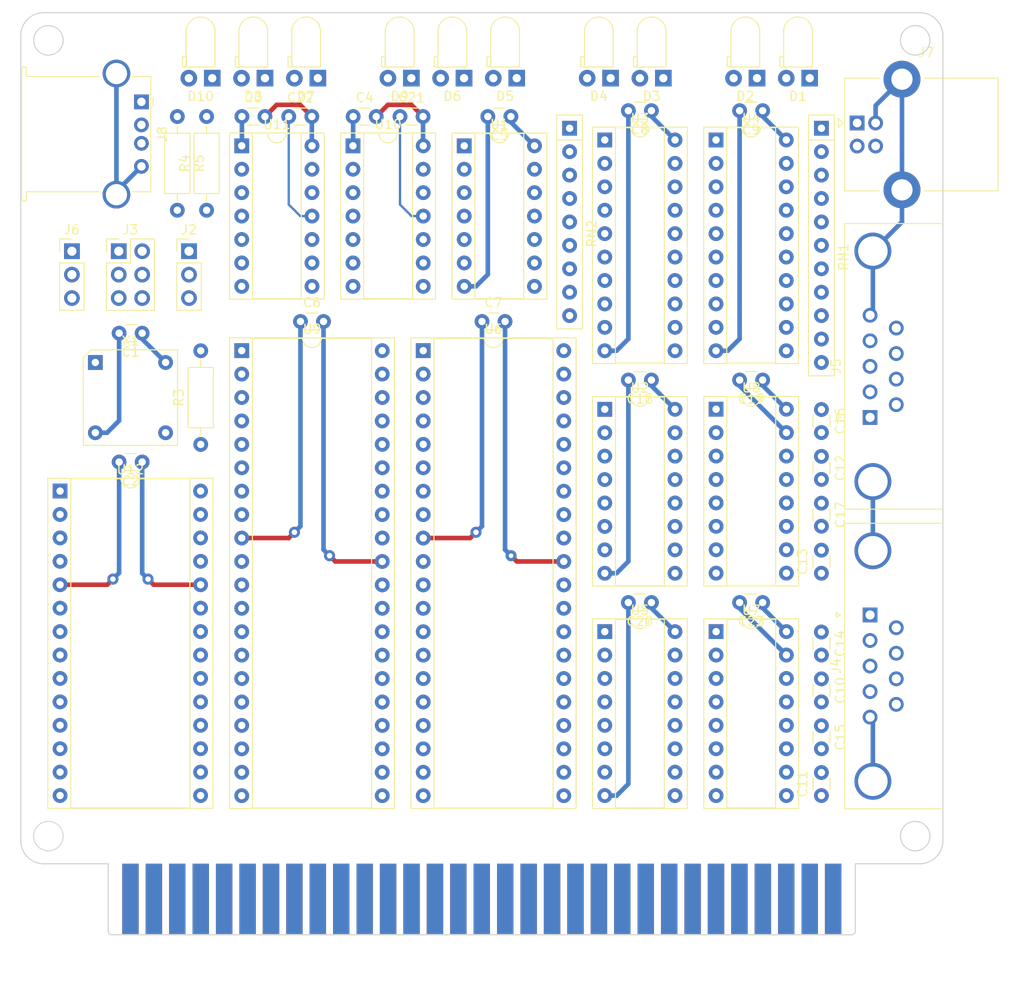
<source format=kicad_pcb>
(kicad_pcb (version 20221018) (generator pcbnew)
  (title_block (title "Processor and memory card") (date "2022-10-24") (rev "1") (company "Frédéric Segard, aka Micro Hobbyist"))
  (layers (0 "F.Cu" signal) (31 "B.Cu" signal) (34 "B.Paste" user) (35 "F.Paste" user) (36 "B.SilkS" user "B.Silkscreen") (37 "F.SilkS" user "F.Silkscreen") (38 "B.Mask" user) (39 "F.Mask" user) (44 "Edge.Cuts" user))
  (net 0 "")
  (net 1 "+5V")
  (net 2 "GND")
  (net 3 "Net-(U7-C1+)")
  (net 4 "Net-(U7-C1-)")
  (net 5 "Net-(U7-VS-)")
  (net 6 "Net-(U8-C1+)")
  (net 7 "Net-(U8-C1-)")
  (net 8 "Net-(U8-VS-)")
  (net 9 "Net-(U7-VS+)")
  (net 10 "Net-(U7-C2+)")
  (net 11 "Net-(U7-C2-)")
  (net 12 "Net-(U8-VS+)")
  (net 13 "Net-(U8-C2+)")
  (net 14 "Net-(U8-C2-)")
  (net 15 "Net-(D1-K)")
  (net 16 "Net-(D1-A)")
  (net 17 "Net-(D2-K)")
  (net 18 "Net-(D2-A)")
  (net 19 "/A7")
  (net 20 "/A6")
  (net 21 "/A5")
  (net 22 "/A4")
  (net 23 "/A3")
  (net 24 "/A1")
  (net 25 "/A0")
  (net 26 "/D0")
  (net 27 "/D1")
  (net 28 "/D2")
  (net 29 "/D3")
  (net 30 "/D4")
  (net 31 "/D5")
  (net 32 "/D6")
  (net 33 "/D7")
  (net 34 "/~{M1}")
  (net 35 "/~{RESET}")
  (net 36 "/CLK")
  (net 37 "/~{INT}")
  (net 38 "/~{RD}")
  (net 39 "/~{IORQ}")
  (net 40 "/A2")
  (net 41 "Net-(D3-K)")
  (net 42 "Net-(D3-A)")
  (net 43 "Net-(D4-K)")
  (net 44 "Net-(D4-A)")
  (net 45 "Net-(D5-K)")
  (net 46 "Net-(D5-A)")
  (net 47 "Net-(D6-K)")
  (net 48 "Net-(D6-A)")
  (net 49 "Net-(D7-K)")
  (net 50 "Net-(D7-A)")
  (net 51 "Net-(D8-K)")
  (net 52 "Net-(D8-A)")
  (net 53 "Net-(D9-K)")
  (net 54 "Net-(D10-K)")
  (net 55 "/RxB")
  (net 56 "/TxB")
  (net 57 "Net-(U10-VUSB)")
  (net 58 "Net-(U11-VUSB)")
  (net 63 "/RxA")
  (net 65 "/TxA")
  (net 67 "/CLK2")
  (net 74 "/TxD")
  (net 75 "/RxD")
  (net 76 "/~{CLK}")
  (net 77 "/~{SIO2_CS}")
  (net 78 "/~{SIO1_CS}")
  (net 79 "/TxC")
  (net 80 "/RxC")
  (net 83 "/~{IRQ}2")
  (net 91 "/IE")
  (net 94 "/~{IRQ}3")
  (net 95 "/~{IRQ}4")
  (net 96 "/~{IRQ}5")
  (net 97 "/~{IRQ}6")
  (net 98 "/~{IRQ}7")
  (net 99 "/MODE2_RD")
  (net 100 "Net-(J2-Pin_2)")
  (net 101 "/~{INT_RD}")
  (net 102 "/COM 1 and 2 (RS-232)/SIOCLKB")
  (net 103 "/COM 1 and 2 (RS-232)/SIOCLKA")
  (net 104 "/CTCLKB")
  (net 105 "/CTCLKA")
  (net 107 "Net-(U7-T1out)")
  (net 108 "Net-(U7-R1in)")
  (net 111 "Net-(U7-R2in)")
  (net 112 "Net-(U7-T2out)")
  (net 115 "Net-(U8-R2in)")
  (net 116 "Net-(U8-T2out)")
  (net 119 "Net-(U8-T1out)")
  (net 120 "Net-(U8-R1in)")
  (net 122 "/COM 3 and 4 (USB)/SIOCLK")
  (net 123 "/CTCLK0")
  (net 125 "Net-(J7-D-)")
  (net 126 "Net-(J7-D+)")
  (net 128 "Net-(J8-D-)")
  (net 129 "Net-(J8-D+)")
  (net 130 "/SIO2_IEO")
  (net 131 "Net-(U10-GP2_(USB))")
  (net 132 "Net-(U11-GP2_(USB))")
  (net 133 "/SIO1_IEO")
  (net 134 "/~{IRQ}1")
  (net 135 "/COM 1 and 2 (RS-232)/~{RTSA}")
  (net 136 "/COM 1 and 2 (RS-232)/~{CTSA}")
  (net 137 "/COM 1 and 2 (RS-232)/~{CTSB}")
  (net 138 "/COM 1 and 2 (RS-232)/~{RTSB}")
  (net 139 "/~{IRQ}0")
  (net 140 "Net-(U5-E2)")
  (net 141 "Net-(U5-E1)")
  (net 142 "Net-(U5-O3)")
  (net 143 "Net-(U2-S2)")
  (net 144 "Net-(U2-S1)")
  (net 145 "Net-(U2-S0)")
  (net 151 "/~{CTC_CS}")
  (net 160 "Net-(U10-Tx_Out)")
  (net 161 "Net-(U10-Rx_In)")
  (net 166 "Net-(U11-Rx_In)")
  (net 167 "Net-(U11-Tx_Out)")
  (footprint "Capacitor_THT:C_Disc_D3.0mm_W1.6mm_P2.50mm" (layer "F.Cu") (at 163.83 97.81 -90)
    (fp_text reference "C12")
    (fp_text value "1uF")
  )
  (footprint "0_Library:BUS_XT_Proto" (layer "F.Cu") (at 127 141.995)
    (fp_text reference "J1" hide)
    (fp_text value "EDGE")
    (fp_line (start -50 -2.5) (end -50 -89.8) (stroke (width 0.12)) (layer "Edge.Cuts"))
    (fp_line (start -47.5 -92.3) (end 47.5 -92.3) (stroke (width 0.12)) (layer "Edge.Cuts"))
    (fp_line (start -47.5 0) (end -40.51 0) (stroke (width 0.12)) (layer "Edge.Cuts"))
    (fp_line (start -40.51 7.3) (end -40.51 0) (stroke (width 0.12)) (layer "Edge.Cuts"))
    (fp_line (start -40.11 7.7) (end 40.11 7.7) (stroke (width 0.12)) (layer "Edge.Cuts"))
    (fp_line (start 40.51 7.3) (end 40.51 0) (stroke (width 0.12)) (layer "Edge.Cuts"))
    (fp_line (start 47.5 0) (end 40.51 0) (stroke (width 0.12)) (layer "Edge.Cuts"))
    (fp_line (start 50 -89.8) (end 50 -2.5) (stroke (width 0.12)) (layer "Edge.Cuts"))
    (fp_arc (start -50 -89.8) (mid -49.267767 -91.567767) (end -47.5 -92.3) (stroke (width 0.12)) (layer "Edge.Cuts"))
    (fp_arc (start -47.5 0) (mid -49.267767 -0.732233) (end -50 -2.5) (stroke (width 0.12)) (layer "Edge.Cuts"))
    (fp_arc (start -40.11 7.7) (mid -40.392843 7.582843) (end -40.51 7.3) (stroke (width 0.12)) (layer "Edge.Cuts"))
    (fp_arc (start 40.51 7.3) (mid 40.392843 7.582843) (end 40.11 7.7) (stroke (width 0.12)) (layer "Edge.Cuts"))
    (fp_arc (start 47.5 -92.3) (mid 49.267767 -91.567767) (end 50 -89.8) (stroke (width 0.12)) (layer "Edge.Cuts"))
    (fp_arc (start 50 -2.5) (mid 49.267767 -0.732233) (end 47.5 0) (stroke (width 0.12)) (layer "Edge.Cuts"))
    (fp_circle (center -47 -89.3) (end -45.4 -89.3) (stroke (width 0.12)) (fill none) (layer "Edge.Cuts"))
    (fp_circle (center -47 -3) (end -45.4 -3) (stroke (width 0.1)) (fill none) (layer "Edge.Cuts"))
    (fp_circle (center 47 -89.3) (end 48.6 -89.3) (stroke (width 0.12)) (fill none) (layer "Edge.Cuts"))
    (fp_circle (center 47 -3) (end 48.6 -3) (stroke (width 0.12)) (fill none) (layer "Edge.Cuts"))
  )
  (footprint "LED_THT:LED_D3.0mm_Horizontal_O1.27mm_Z2.0mm_Clear" (layer "F.Cu") (at 103.485 56.8 180)
    (fp_text reference "D8")
    (fp_text value "RxD")
  )
  (footprint "Capacitor_THT:C_Disc_D3.0mm_W1.6mm_P2.50mm" (layer "F.Cu") (at 157.46 89.535 180)
    (fp_text reference "C19")
    (fp_text value "0.1µF")
  )
  (footprint "LED_THT:LED_D3.0mm_Horizontal_O1.27mm_Z2.0mm_Clear" (layer "F.Cu") (at 130.79 56.8 180)
    (fp_text reference "D5")
    (fp_text value "TxC")
  )
  (footprint "Capacitor_THT:C_Disc_D3.0mm_W1.6mm_P2.50mm" (layer "F.Cu") (at 157.46 60.325 180)
    (fp_text reference "C9")
    (fp_text value "0.1µF")
  )
  (footprint "Capacitor_THT:C_Disc_D3.0mm_W1.6mm_P2.50mm" (layer "F.Cu") (at 163.83 116.86 -90)
    (fp_text reference "C14")
    (fp_text value "1uF")
  )
  (footprint "Connector_USB:USB_A_Stewart_SS-52100-001_Horizontal" (layer "F.Cu") (at 90.0894 59.365 -90)
    (fp_text reference "J8")
    (fp_text value "USB_A")
  )
  (footprint "LED_THT:LED_D3.0mm_Horizontal_O1.27mm_Z2.0mm_Clear" (layer "F.Cu") (at 119.36 56.8 180)
    (fp_text reference "D9")
    (fp_text value "USBC")
  )
  (footprint "Resistor_THT:R_Array_SIP9" (layer "F.Cu") (at 136.525 62.23 -90)
    (fp_text reference "RN2")
    (fp_text value "330")
  )
  (footprint "Package_DIP:DIP-20_W7.62mm_Socket" (layer "F.Cu") (at 152.4 63.5)
    (fp_text reference "U4")
    (fp_text value "74HCT563")
  )
  (footprint "Package_DIP:DIP-16_W7.62mm_Socket" (layer "F.Cu") (at 152.41 92.7)
    (fp_text reference "U8")
    (fp_text value "MAX232")
  )
  (footprint "Capacitor_THT:C_Disc_D3.0mm_W1.6mm_P2.50mm" (layer "F.Cu") (at 163.83 102.89 -90)
    (fp_text reference "C17")
    (fp_text value "1uF")
  )
  (footprint "Capacitor_THT:C_Disc_D3.0mm_W1.6mm_P2.50mm" (layer "F.Cu") (at 157.46 113.665 180)
    (fp_text reference "C23")
    (fp_text value "0.1µF")
  )
  (footprint "Capacitor_THT:C_Disc_D3.0mm_W1.6mm_P2.50mm" (layer "F.Cu") (at 163.83 92.73 -90)
    (fp_text reference "C16")
    (fp_text value "1uF")
  )
  (footprint "Package_DIP:DIP-16_W7.62mm_Socket" (layer "F.Cu") (at 152.41 116.82)
    (fp_text reference "U7")
    (fp_text value "MAX232")
  )
  (footprint "Capacitor_THT:C_Disc_D3.0mm_W1.6mm_P2.50mm" (layer "F.Cu") (at 106.065 60.96)
    (fp_text reference "C22")
    (fp_text value "0.47µF")
  )
  (footprint "Package_DIP:DIP-20_W7.62mm_Socket" (layer "F.Cu") (at 140.335 63.5)
    (fp_text reference "U3")
    (fp_text value "74HCT573")
  )
  (footprint "Capacitor_THT:C_Disc_D3.0mm_W1.6mm_P2.50mm" (layer "F.Cu") (at 127.02 83.185)
    (fp_text reference "C7")
    (fp_text value "0.1µF")
  )
  (footprint "LED_THT:LED_D3.0mm_Horizontal_O1.27mm_Z2.0mm_Clear" (layer "F.Cu") (at 97.77 56.8 180)
    (fp_text reference "D10")
    (fp_text value "USBD")
  )
  (footprint "Package_DIP:DIP-14_W7.62mm_Socket" (layer "F.Cu") (at 100.965 64.135)
    (fp_text reference "U11")
    (fp_text value "MCP2221A")
  )
  (footprint "Capacitor_THT:C_Disc_D3.0mm_W1.6mm_P2.50mm" (layer "F.Cu") (at 163.83 110.49 90)
    (fp_text reference "C13")
    (fp_text value "1uF")
  )
  (footprint "Capacitor_THT:C_Disc_D3.0mm_W1.6mm_P2.50mm" (layer "F.Cu") (at 163.83 134.6 90)
    (fp_text reference "C11")
    (fp_text value "1uF")
  )
  (footprint "Resistor_THT:R_Axial_DIN0207_L6.3mm_D2.5mm_P10.16mm_Horizontal" (layer "F.Cu") (at 96.52 96.52 90)
    (fp_text reference "R3")
    (fp_text value "150")
  )
  (footprint "Capacitor_THT:C_Disc_D3.0mm_W1.6mm_P2.50mm" (layer "F.Cu") (at 90.17 84.455 180)
    (fp_text reference "C1")
    (fp_text value "0.1µF")
  )
  (footprint "LED_THT:LED_D3.0mm_Horizontal_O1.27mm_Z2.0mm_Clear" (layer "F.Cu") (at 109.22 56.8 180)
    (fp_text reference "D7")
    (fp_text value "TxD")
  )
  (footprint "0_Library:DIP-8-4_W7.62mm_Oscillator_Socket" (layer "F.Cu") (at 85.09 87.63)
    (fp_text reference "X1")
    (fp_text value "3.6864 MHz")
  )
  (footprint "LED_THT:LED_D3.0mm_Horizontal_O1.27mm_Z2.0mm_Clear" (layer "F.Cu") (at 162.56 56.8 180)
    (fp_text reference "D1")
    (fp_text value "TxA")
  )
  (footprint "Capacitor_THT:C_Disc_D3.0mm_W1.6mm_P2.50mm" (layer "F.Cu") (at 163.83 121.94 -90)
    (fp_text reference "C10")
    (fp_text value "1uF")
  )
  (footprint "LED_THT:LED_D3.0mm_Horizontal_O1.27mm_Z2.0mm_Clear" (layer "F.Cu") (at 146.685 56.8 180)
    (fp_text reference "D3")
    (fp_text value "TxB")
  )
  (footprint "Resistor_THT:R_Axial_DIN0207_L6.3mm_D2.5mm_P10.16mm_Horizontal" (layer "F.Cu") (at 93.98 60.96 -90)
    (fp_text reference "R5")
    (fp_text value "3K3")
  )
  (footprint "LED_THT:LED_D3.0mm_Horizontal_O1.27mm_Z2.0mm_Clear" (layer "F.Cu") (at 156.845 56.8 180)
    (fp_text reference "D2")
    (fp_text value "RxA")
  )
  (footprint "Package_DIP:DIP-16_W7.62mm_Socket" (layer "F.Cu") (at 140.335 92.71)
    (fp_text reference "U2")
    (fp_text value "74HCT148")
  )
  (footprint "Connector_PinHeader_2.54mm:PinHeader_1x03_P2.54mm_Vertical" (layer "F.Cu") (at 82.55 75.565)
    (fp_text reference "J6")
    (fp_text value "SIO CLK SRC")
  )
  (footprint "LED_THT:LED_D3.0mm_Horizontal_O1.27mm_Z2.0mm_Clear" (layer "F.Cu") (at 125.075 56.8 180)
    (fp_text reference "D6")
    (fp_text value "RxC")
  )
  (footprint "Connector_PinHeader_2.54mm:PinHeader_2x03_P2.54mm_Vertical" (layer "F.Cu") (at 87.63 75.565)
    (fp_text reference "J3")
    (fp_text value "SIO CLK SRC")
  )
  (footprint "Capacitor_THT:C_Disc_D3.0mm_W1.6mm_P2.50mm" (layer "F.Cu") (at 90.17 98.425 180)
    (fp_text reference "C2")
    (fp_text value "0.1µF")
  )
  (footprint "Connector_USB:USB_B_Lumberg_2411_02_Horizontal" (layer "F.Cu") (at 167.7076 61.6602)
    (fp_text reference "J7")
    (fp_text value "USB_B")
  )
  (footprint "Resistor_THT:R_Array_SIP11" (layer "F.Cu") (at 163.83 62.23 -90)
    (fp_text reference "RN1")
    (fp_text value "3K3")
  )
  (footprint "Capacitor_THT:C_Disc_D3.0mm_W1.6mm_P2.50mm" (layer "F.Cu") (at 100.985 60.96)
    (fp_text reference "C3")
    (fp_text value "0.1µF")
  )
  (footprint "Package_DIP:DIP-14_W7.62mm_Socket" (layer "F.Cu") (at 113.03 64.135)
    (fp_text reference "U10")
    (fp_text value "MCP2221A")
  )
  (footprint "Resistor_THT:R_Axial_DIN0207_L6.3mm_D2.5mm_P10.16mm_Horizontal" (layer "F.Cu") (at 97.155 71.12 90)
    (fp_text reference "R4")
    (fp_text value "150")
  )
  (footprint "Package_DIP:DIP-14_W7.62mm_Socket" (layer "F.Cu") (at 125.095 64.135)
    (fp_text reference "U1")
    (fp_text value "74HCT32")
  )
  (footprint "Package_DIP:DIP-40_W15.24mm_Socket" (layer "F.Cu") (at 100.965 86.35)
    (fp_text reference "U9")
    (fp_text value "Z84C4010")
  )
  (footprint "Package_DIP:DIP-40_W15.24mm_Socket" (layer "F.Cu") (at 120.65 86.35)
    (fp_text reference "U6")
    (fp_text value "Z84C4010")
  )
  (footprint "Capacitor_THT:C_Disc_D3.0mm_W1.6mm_P2.50mm" (layer "F.Cu") (at 145.395 113.665 180)
    (fp_text reference "C20")
    (fp_text value "0.1µF")
  )
  (footprint "Capacitor_THT:C_Disc_D3.0mm_W1.6mm_P2.50mm" (layer "F.Cu") (at 118.13 60.96)
    (fp_text reference "C21")
    (fp_text value "0.47µF")
  )
  (footprint "Connector_Dsub:DSUB-9_Female_Horizontal_P2.77x2.84mm_EdgePinOffset4.94mm_Housed_MountingHolesOffset7.48mm" (layer "F.Cu") (at 169.1094 115.0106 90)
    (fp_text reference "J4")
    (fp_text value "COM1: DCE")
  )
  (footprint "Capacitor_THT:C_Disc_D3.0mm_W1.6mm_P2.50mm" (layer "F.Cu") (at 145.395 60.325 180)
    (fp_text reference "C8")
    (fp_text value "0.1µF")
  )
  (footprint "Package_DIP:DIP-16_W7.62mm_Socket" (layer "F.Cu") (at 140.335 116.82)
    (fp_text reference "U5")
    (fp_text value "74HCT138")
  )
  (footprint "Connector_Dsub:DSUB-9_Male_Horizontal_P2.77x2.84mm_EdgePinOffset4.94mm_Housed_MountingHolesOffset7.48mm" (layer "F.Cu") (at 169.1094 93.5906 90)
    (fp_text reference "J5")
    (fp_text value "COM2: DTE")
  )
  (footprint "Connector_PinHeader_2.54mm:PinHeader_1x03_P2.54mm_Vertical" (layer "F.Cu") (at 95.25 75.565)
    (fp_text reference "J2")
    (fp_text value "INT READ")
  )
  (footprint "Capacitor_THT:C_Disc_D3.0mm_W1.6mm_P2.50mm" (layer "F.Cu") (at 163.83 127.02 -90)
    (fp_text reference "C15")
    (fp_text value "1uF")
  )
  (footprint "Capacitor_THT:C_Disc_D3.0mm_W1.6mm_P2.50mm" (layer "F.Cu") (at 145.395 89.535 180)
    (fp_text reference "C18")
    (fp_text value "0.1µF")
  )
  (footprint "Capacitor_THT:C_Disc_D3.0mm_W1.6mm_P2.50mm" (layer "F.Cu") (at 107.335 83.185)
    (fp_text reference "C6")
    (fp_text value "0.1µF")
  )
  (footprint "Package_DIP:DIP-28_W15.24mm_Socket" (layer "F.Cu") (at 81.265 101.575)
    (fp_text reference "U12")
    (fp_text value "Z84C3010 CTC")
  )
  (footprint "Capacitor_THT:C_Disc_D3.0mm_W1.6mm_P2.50mm" (layer "F.Cu") (at 130.155 60.96 180)
    (fp_text reference "C5")
    (fp_text value "0.1µF")
  )
  (footprint "LED_THT:LED_D3.0mm_Horizontal_O1.27mm_Z2.0mm_Clear" (layer "F.Cu") (at 140.97 56.8 180)
    (fp_text reference "D4")
    (fp_text value "RxB")
  )
  (footprint "Capacitor_THT:C_Disc_D3.0mm_W1.6mm_P2.50mm" (layer "F.Cu") (at 113.05 60.96)
    (fp_text reference "C4")
    (fp_text value "0.1µF")
  )
  (segment (start 120.65 106.67) (end 125.74 106.67) (width 0.5) (layer "F.Cu") (net 1))
  (segment (start 106.055 106.67) (end 106.68 106.045) (width 0.5) (layer "F.Cu") (net 1))
  (segment (start 96.505 111.735) (end 91.415 111.735) (width 0.5) (layer "F.Cu") (net 1))
  (segment (start 91.415 111.735) (end 90.805 111.125) (width 0.5) (layer "F.Cu") (net 1))
  (segment (start 100.965 106.67) (end 106.055 106.67) (width 0.5) (layer "F.Cu") (net 1))
  (segment (start 125.74 106.67) (end 126.365 106.045) (width 0.5) (layer "F.Cu") (net 1))
  (via (at 90.805 111.125) (size 1.2) (drill 0.6) (layers "F.Cu" "B.Cu") (net 1))
  (via (at 126.365 106.045) (size 1.2) (drill 0.6) (layers "F.Cu" "B.Cu") (net 1))
  (via (at 106.68 106.045) (size 1.2) (drill 0.6) (layers "F.Cu" "B.Cu") (net 1))
  (segment (start 157.46 89.535) (end 157.46 90.13) (width 0.5) (layer "B.Cu") (net 1))
  (segment (start 113.05 60.96) (end 113.05 64.115) (width 0.5) (layer "B.Cu") (net 1))
  (segment (start 100.985 64.115) (end 100.965 64.135) (width 0.5) (layer "B.Cu") (net 1))
  (segment (start 127.02 105.39) (end 126.365 106.045) (width 0.5) (layer "B.Cu") (net 1))
  (segment (start 107.335 83.185) (end 107.335 105.39) (width 0.5) (layer "B.Cu") (net 1))
  (segment (start 145.395 113.665) (end 145.395 114.26) (width 0.5) (layer "B.Cu") (net 1))
  (segment (start 130.155 61.575) (end 132.715 64.135) (width 0.5) (layer "B.Cu") (net 1))
  (segment (start 157.46 60.325) (end 157.46 60.94) (width 0.5) (layer "B.Cu") (net 1))
  (segment (start 127.02 83.185) (end 127.02 105.39) (width 0.5) (layer "B.Cu") (net 1))
  (segment (start 113.05 64.115) (end 113.03 64.135) (width 0.5) (layer "B.Cu") (net 1))
  (segment (start 157.46 60.94) (end 160.02 63.5) (width 0.5) (layer "B.Cu") (net 1))
  (segment (start 90.17 110.49) (end 90.805 111.125) (width 0.5) (layer "B.Cu") (net 1))
  (segment (start 90.17 84.455) (end 90.17 85.09) (width 0.5) (layer "B.Cu") (net 1))
  (segment (start 90.17 85.09) (end 92.71 87.63) (width 0.5) (layer "B.Cu") (net 1))
  (segment (start 145.395 90.15) (end 147.955 92.71) (width 0.5) (layer "B.Cu") (net 1))
  (segment (start 145.395 60.94) (end 147.955 63.5) (width 0.5) (layer "B.Cu") (net 1))
  (segment (start 130.155 60.96) (end 130.155 61.575) (width 0.5) (layer "B.Cu") (net 1))
  (segment (start 145.395 114.26) (end 147.955 116.82) (width 0.5) (layer "B.Cu") (net 1))
  (segment (start 145.395 89.535) (end 145.395 90.15) (width 0.5) (layer "B.Cu") (net 1))
  (segment (start 145.395 60.325) (end 145.395 60.94) (width 0.5) (layer "B.Cu") (net 1))
  (segment (start 90.17 98.425) (end 90.17 110.49) (width 0.5) (layer "B.Cu") (net 1))
  (segment (start 107.335 105.39) (end 106.68 106.045) (width 0.5) (layer "B.Cu") (net 1))
  (segment (start 157.46 90.13) (end 160.03 92.7) (width 0.5) (layer "B.Cu") (net 1))
  (segment (start 157.46 113.665) (end 157.46 114.25) (width 0.5) (layer "B.Cu") (net 1))
  (segment (start 157.46 114.25) (end 160.03 116.82) (width 0.5) (layer "B.Cu") (net 1))
  (segment (start 100.985 60.96) (end 100.985 64.115) (width 0.5) (layer "B.Cu") (net 1))
  (segment (start 104.755 59.69) (end 107.295 59.69) (width 0.5) (layer "F.Cu") (net 2))
  (segment (start 119.36 59.69) (end 120.63 60.96) (width 0.5) (layer "F.Cu") (net 2))
  (segment (start 81.265 111.735) (end 86.385 111.735) (width 0.5) (layer "F.Cu") (net 2))
  (segment (start 130.8 109.21) (end 130.175 108.585) (width 0.5) (layer "F.Cu") (net 2))
  (segment (start 111.115 109.21) (end 110.49 108.585) (width 0.5) (layer "F.Cu") (net 2))
  (segment (start 86.385 111.735) (end 86.995 111.125) (width 0.5) (layer "F.Cu") (net 2))
  (segment (start 116.82 59.69) (end 119.36 59.69) (width 0.5) (layer "F.Cu") (net 2))
  (segment (start 116.205 109.21) (end 111.115 109.21) (width 0.5) (layer "F.Cu") (net 2))
  (segment (start 115.55 60.96) (end 116.82 59.69) (width 0.5) (layer "F.Cu") (net 2))
  (segment (start 107.295 59.69) (end 108.565 60.96) (width 0.5) (layer "F.Cu") (net 2))
  (segment (start 135.89 109.21) (end 130.8 109.21) (width 0.5) (layer "F.Cu") (net 2))
  (segment (start 103.485 60.96) (end 104.755 59.69) (width 0.5) (layer "F.Cu") (net 2))
  (via (at 110.49 108.585) (size 1.2) (drill 0.6) (layers "F.Cu" "B.Cu") (net 2))
  (via (at 130.175 108.585) (size 1.2) (drill 0.5) (layers "F.Cu" "B.Cu") (net 2))
  (via (at 86.995 111.125) (size 1.2) (drill 0.6) (layers "F.Cu" "B.Cu") (net 2))
  (segment (start 142.895 113.665) (end 142.895 133.33) (width 0.5) (layer "B.Cu") (net 2))
  (segment (start 169.4094 100.5506) (end 169.4094 108.0506) (width 0.5) (layer "B.Cu") (net 2))
  (segment (start 154.96 90.17) (end 154.96 89.535) (width 0.5) (layer "B.Cu") (net 2))
  (segment (start 126.365 79.375) (end 125.095 79.375) (width 0.5) (layer "B.Cu") (net 2))
  (segment (start 142.895 133.33) (end 141.605 134.62) (width 0.5) (layer "B.Cu") (net 2))
  (segment (start 87.3794 56.295) (end 87.3794 69.435) (width 0.5) (layer "B.Cu") (net 2))
  (segment (start 141.605 110.49) (end 140.335 110.49) (width 0.5) (layer "B.Cu") (net 2))
  (segment (start 169.4094 82.2106) (end 169.1094 82.5106) (width 0.5) (layer "B.Cu") (net 2))
  (segment (start 86.36 95.25) (end 85.09 95.25) (width 0.5) (layer "B.Cu") (net 2))
  (segment (start 87.3794 69.435) (end 87.3794 69.075) (width 0.5) (layer "B.Cu") (net 2))
  (segment (start 172.5676 56.9102) (end 172.5676 68.9102) (width 0.5) (layer "B.Cu") (net 2))
  (segment (start 160.03 95.24) (end 154.96 90.17) (width 0.5) (layer "B.Cu") (net 2))
  (segment (start 169.4094 75.5506) (end 169.4094 82.2106) (width 0.5) (layer "B.Cu") (net 2))
  (segment (start 141.605 134.62) (end 141.585 134.6) (width 0.5) (layer "B.Cu") (net 2))
  (segment (start 109.835 107.93) (end 110.49 108.585) (width 0.5) (layer "B.Cu") (net 2))
  (segment (start 141.585 134.6) (end 140.335 134.6) (width 0.5) (layer "B.Cu") (net 2))
  (segment (start 87.67 84.455) (end 87.67 93.94) (width 0.5) (layer "B.Cu") (net 2))
  (segment (start 108.565 60.96) (end 108.565 64.115) (width 0.5) (layer "B.Cu") (net 2))
  (segment (start 129.52 83.185) (end 129.52 107.93) (width 0.5) (layer "B.Cu") (net 2))
  (segment (start 87.67 110.45) (end 86.995 111.125) (width 0.5) (layer "B.Cu") (net 2))
  (segment (start 120.63 64.115) (end 120.65 64.135) (width 0.5) (layer "B.Cu") (net 2))
  (segment (start 153.67 86.36) (end 152.4 86.36) (width 0.5) (layer "B.Cu") (net 2))
  (segment (start 87.67 98.425) (end 87.67 110.45) (width 0.5) (layer "B.Cu") (net 2))
  (segment (start 120.63 60.96) (end 120.63 64.115) (width 0.5) (layer "B.Cu") (net 2))
  (segment (start 109.835 83.185) (end 109.835 107.93) (width 0.5) (layer "B.Cu") (net 2))
  (segment (start 142.895 85.07) (end 141.605 86.36) (width 0.5) (layer "B.Cu") (net 2))
  (segment (start 154.96 114.29) (end 154.96 113.665) (width 0.5) (layer "B.Cu") (net 2))
  (segment (start 129.52 107.93) (end 130.175 108.585) (width 0.5) (layer "B.Cu") (net 2))
  (segment (start 169.4094 126.3906) (end 169.1094 126.0906) (width 0.5) (layer "B.Cu") (net 2))
  (segment (start 142.895 60.325) (end 142.895 85.07) (width 0.5) (layer "B.Cu") (net 2))
  (segment (start 154.96 85.07) (end 153.67 86.36) (width 0.5) (layer "B.Cu") (net 2))
  (segment (start 172.5676 72.3924) (end 169.4094 75.5506) (width 0.5) (layer "B.Cu") (net 2))
  (segment (start 127.655 60.96) (end 127.655 78.085) (width 0.5) (layer "B.Cu") (net 2))
  (segment (start 108.565 64.115) (end 108.585 64.135) (width 0.5) (layer "B.Cu") (net 2))
  (segment (start 142.895 109.2) (end 141.605 110.49) (width 0.5) (layer "B.Cu") (net 2))
  (segment (start 87.3794 69.075) (end 90.0894 66.365) (width 0.5) (layer "B.Cu") (net 2))
  (segment (start 172.5676 68.9102) (end 172.5676 72.3924) (width 0.5) (layer "B.Cu") (net 2))
  (segment (start 154.96 60.325) (end 154.96 85.07) (width 0.5) (layer "B.Cu") (net 2))
  (segment (start 169.4094 133.0506) (end 169.4094 126.3906) (width 0.5) (layer "B.Cu") (net 2))
  (segment (start 127.655 78.085) (end 126.365 79.375) (width 0.5) (layer "B.Cu") (net 2))
  (segment (start 87.67 93.94) (end 86.36 95.25) (width 0.5) (layer "B.Cu") (net 2))
  (segment (start 172.5676 56.9102) (end 169.7076 59.7702) (width 0.5) (layer "B.Cu") (net 2))
  (segment (start 160.03 119.36) (end 154.96 114.29) (width 0.5) (layer "B.Cu") (net 2))
  (segment (start 141.605 86.36) (end 140.335 86.36) (width 0.5) (layer "B.Cu") (net 2))
  (segment (start 142.895 89.535) (end 142.895 109.2) (width 0.5) (layer "B.Cu") (net 2))
  (segment (start 169.7076 59.7702) (end 169.7076 61.6602) (width 0.5) (layer "B.Cu") (net 2))
  (segment (start 119.38 71.755) (end 120.65 71.755) (width 0.25) (layer "B.Cu") (net 57))
  (segment (start 118.13 70.505) (end 119.38 71.755) (width 0.25) (layer "B.Cu") (net 57))
  (segment (start 118.13 60.96) (end 118.13 70.505) (width 0.25) (layer "B.Cu") (net 57))
  (segment (start 107.315 71.755) (end 108.585 71.755) (width 0.25) (layer "B.Cu") (net 58))
  (segment (start 106.065 70.505) (end 107.315 71.755) (width 0.25) (layer "B.Cu") (net 58))
  (segment (start 106.065 60.96) (end 106.065 70.505) (width 0.25) (layer "B.Cu") (net 58))
)
</source>
